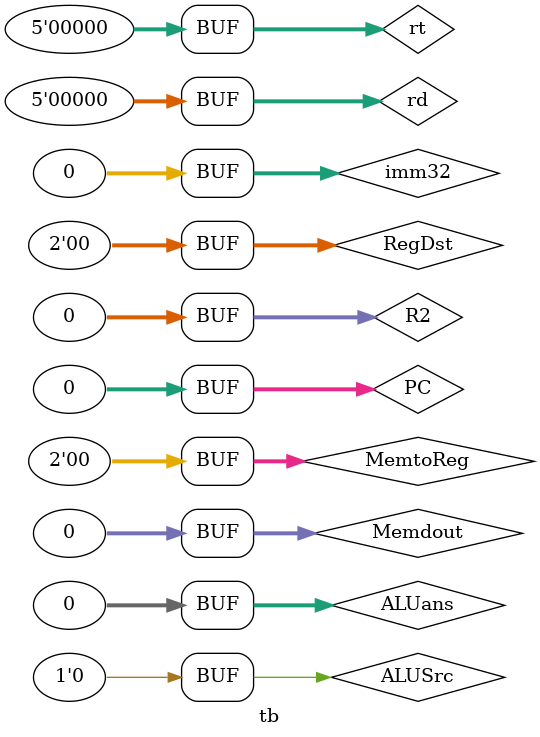
<source format=v>
`timescale 1ns / 1ps


module tb;

	// Inputs
	reg [4:0] rt;
	reg [4:0] rd;
	reg [1:0] RegDst;
	reg [31:0] R2;
	reg [31:0] imm32;
	reg ALUSrc;
	reg [31:0] ALUans;
	reg [31:0] Memdout;
	reg [31:0] PC;
	reg [1:0] MemtoReg;

	// Outputs
	wire [4:0] RegAddr;
	wire [31:0] ALUsec;
	wire [31:0] RegData;

	// Instantiate the Unit Under Test (UUT)
	mux uut (
		.rt(rt), 
		.rd(rd), 
		.RegDst(RegDst), 
		.R2(R2), 
		.imm32(imm32), 
		.ALUSrc(ALUSrc), 
		.ALUans(ALUans), 
		.Memdout(Memdout), 
		.PC(PC), 
		.MemtoReg(MemtoReg), 
		.RegAddr(RegAddr), 
		.ALUsec(ALUsec), 
		.RegData(RegData)
	);

	initial begin
		// Initialize Inputs
		rt = 0;
		rd = 0;
		RegDst = 0;
		R2 = 0;
		imm32 = 0;
		ALUSrc = 0;
		ALUans = 0;
		Memdout = 0;
		PC = 0;
		MemtoReg = 0;

		// Wait 100 ns for global reset to finish
		#100;
        
		// Add stimulus here

	end
      
endmodule


</source>
